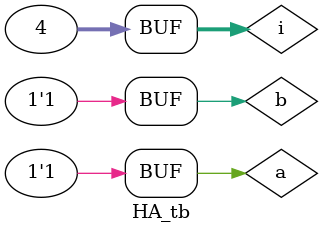
<source format=v>
module HA_tb;
  reg a,b;
  wire c,s;
  integer i;
  HA uut(c,s,a,b);
  initial
  begin 
    for (i=0;i<4;i++)
    begin
      {a,b}=i;
      #10;
    end
  end
  initial
    begin
      $monitor("Input a=%b, b=%b, Output sum =%b, carry=%b", a,b,s,c);
    end
  initial 
   begin
    $dumpfile("dump.vcd");
    $dumpvars(1);
   end
endmodule

</source>
